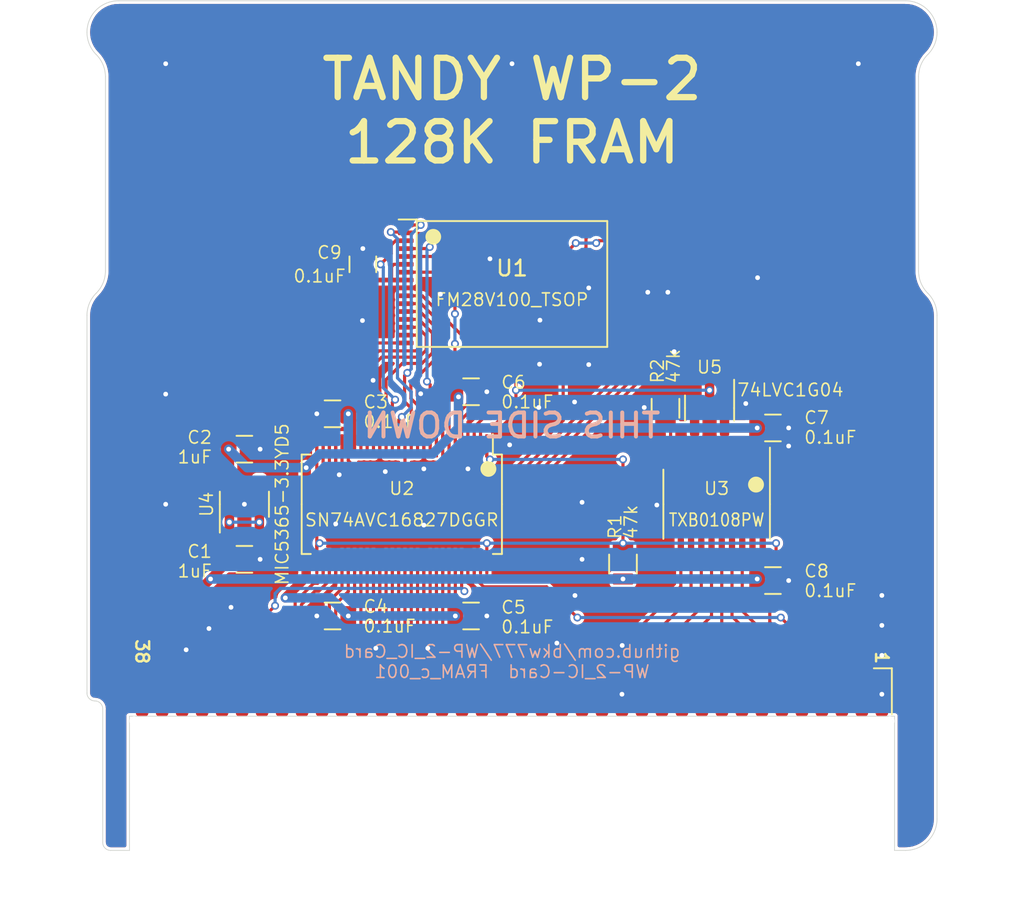
<source format=kicad_pcb>
(kicad_pcb (version 20211014) (generator pcbnew)
  (title_block (title "WP-2_IC-Card") (date "2023-01-15") (rev "FRAM_c_001") (company "Brian K. White - b.kenyon.w@gmail.com") (comment 1 "CC-BY-SA") (comment 2 "github.com/bkw777/WP-2_IC_Card"))
  (layers (0 "F.Cu" signal) (31 "B.Cu" signal) (34 "B.Paste" user) (35 "F.Paste" user) (36 "B.SilkS" user "B.Silkscreen") (37 "F.SilkS" user "F.Silkscreen") (38 "B.Mask" user) (39 "F.Mask" user) (44 "Edge.Cuts" user))
  (net 0 "")
  (net 1 "GND")
  (net 2 "/~{CE1}")
  (net 3 "/~{OE}")
  (net 4 "/D0")
  (net 5 "/D1")
  (net 6 "/D2")
  (net 7 "/D3")
  (net 8 "/D4")
  (net 9 "/D5")
  (net 10 "/D6")
  (net 11 "/D7")
  (net 12 "/A16")
  (net 13 "/A15")
  (net 14 "/A14")
  (net 15 "/A13")
  (net 16 "/A12")
  (net 17 "/A11")
  (net 18 "/A10")
  (net 19 "/A9")
  (net 20 "/A8")
  (net 21 "/A7")
  (net 22 "/A6")
  (net 23 "/A5")
  (net 24 "/A4")
  (net 25 "/A3")
  (net 26 "/A2")
  (net 27 "/A1")
  (net 28 "/A0")
  (net 30 "VBUS")
  (net 31 "/~{WE}")
  (net 38 "/3CE2")
  (net 39 "/3A11")
  (net 40 "/3A9")
  (net 41 "/3A8")
  (net 42 "/3A13")
  (net 43 "/~{3WE}")
  (net 44 "/3A15")
  (net 45 "/3A16")
  (net 46 "/3A14")
  (net 47 "/3A12")
  (net 48 "/3A7")
  (net 49 "/3A6")
  (net 50 "/3A5")
  (net 51 "/3A4")
  (net 52 "/3A3")
  (net 53 "/3A2")
  (net 54 "/3A1")
  (net 55 "/3A0")
  (net 56 "/3D0")
  (net 57 "/3D1")
  (net 58 "/3D2")
  (net 59 "/3D3")
  (net 60 "/3D4")
  (net 61 "/3D5")
  (net 62 "/3D6")
  (net 63 "/3D7")
  (net 64 "/~{3CE1}")
  (net 65 "/3A10")
  (net 66 "/~{3OE}")
  (net 67 "VMEM")
  (footprint "0_LOCAL:SMS-138-01-x-x_edge" (layer "F.Cu") (at 135.95 113.72 -90)
    (fp_text reference "J1" hide)
    (fp_text value "Conn_01x38_Female")
  )
  (footprint "0_LOCAL:npth_0.6mm" (layer "F.Cu") (at 159.95 114.02)
    (fp_text reference "REF**" hide)
    (fp_text value "npth_0.6mm")
  )
  (footprint "0_LOCAL:TSOP32-14mm" (layer "F.Cu") (at 135.95 86.245)
    (fp_text reference "U1")
    (fp_text value "FM28V100_TSOP")
  )
  (footprint "0_LOCAL:C_0805_1mm" (layer "F.Cu") (at 118.95 103.745 180)
    (fp_text reference "C1")
    (fp_text value "1uF")
  )
  (footprint "0_LOCAL:C_0805_1mm" (layer "F.Cu") (at 118.95 96.745 180)
    (fp_text reference "C2")
    (fp_text value "1uF")
  )
  (footprint "0_LOCAL:R_0805" (layer "F.Cu") (at 143 104.045 90)
    (fp_text reference "R1")
    (fp_text value "47k")
  )
  (footprint "0_LOCAL:C_0805_1mm" (layer "F.Cu") (at 124.55 94.495 180)
    (fp_text reference "C3")
    (fp_text value "0.1uF")
  )
  (footprint "0_LOCAL:C_0805_1mm" (layer "F.Cu") (at 124.55 107.345 180)
    (fp_text reference "C4")
    (fp_text value "0.1uF")
  )
  (footprint "0_LOCAL:C_0805_1mm" (layer "F.Cu") (at 152.525 105.095)
    (fp_text reference "C8")
    (fp_text value "0.1uF")
  )
  (footprint "0_LOCAL:C_0805_1mm" (layer "F.Cu") (at 126.475 84.995 90)
    (fp_text reference "C9")
    (fp_text value "0.1uF")
  )
  (footprint "0_LOCAL:C_0805_1mm" (layer "F.Cu") (at 152.525 95.395)
    (fp_text reference "C7")
    (fp_text value "0.1uF")
  )
  (footprint "0_LOCAL:WP-2_IC_Card_Cover_RAM" (layer "F.Cu") (at 135.95 95.245)
    (fp_text reference "REF**" hide)
    (fp_text value "WP-2_IC_Card_Cover_RAM")
  )
  (footprint "0_LOCAL:C_0805_1mm" (layer "F.Cu") (at 133.35 107.345)
    (fp_text reference "C5")
    (fp_text value "0.1uF")
  )
  (footprint "0_LOCAL:R_0805" (layer "F.Cu") (at 145.7 94.145 90)
    (fp_text reference "R2")
    (fp_text value "47k")
  )
  (footprint "0_LOCAL:npth_0.6mm" (layer "F.Cu") (at 111.95 114.02)
    (fp_text reference "REF**" hide)
    (fp_text value "npth_0.6mm")
  )
  (footprint "0_LOCAL:TSSOP-56_6.1x12.5mm_P0.4mm_0.2mm-pads" (layer "F.Cu") (at 128.95 100.245 -90)
    (fp_text reference "U2")
    (fp_text value "SN74AVC16827DGGR")
  )
  (footprint "0_LOCAL:C_0805_1mm" (layer "F.Cu") (at 133.35 93.095)
    (fp_text reference "C6")
    (fp_text value "0.1uF")
  )
  (footprint "0_LOCAL:TSSOP-20_4.4x6.5mm_P0.65mm" (layer "F.Cu") (at 148.95 100.245 -90)
    (fp_text reference "U3")
    (fp_text value "TXB0108PW")
  )
  (footprint "0_LOCAL:TSOT-23-5" (layer "F.Cu") (at 118.95 100.245 90)
    (fp_text reference "U4")
    (fp_text value "MIC5365-3.3YD5")
  )
  (footprint "0_LOCAL:TSOT-23-5" (layer "F.Cu") (at 148.5 94.1325 -90)
    (fp_text reference "U5")
    (fp_text value "74LVC1G04")
  )
  (gr_line (start 108.949999 88.245) (end 108.95 112.245) (layer "Edge.Cuts") (width 0.05))
  (gr_line (start 160.95 68.245) (end 110.95 68.245) (layer "Edge.Cuts") (width 0.05))
  (gr_line (start 111.65 113.72) (end 160.25 113.72) (layer "Edge.Cuts") (width 0.05))
  (gr_line (start 160.25 122.245) (end 160.25 113.72) (layer "Edge.Cuts") (width 0.05))
  (gr_line (start 111.65 122.245) (end 111.65 113.72) (layer "Edge.Cuts") (width 0.05))
  (gr_line (start 110.45 122.245) (end 111.65 122.245) (layer "Edge.Cuts") (width 0.05))
  (gr_line (start 160.95 122.245) (end 160.25 122.245) (layer "Edge.Cuts") (width 0.05))
  (gr_line (start 162.95 120.245) (end 162.95 88.245) (layer "Edge.Cuts") (width 0.05))
  (gr_line (start 109.95 113.245) (end 109.95 121.745) (layer "Edge.Cuts") (width 0.05))
  (gr_arc (start 109.535787 71.659214) (mid 109.969333 72.308061) (end 110.121574 73.073428) (layer "Edge.Cuts") (width 0.05))
  (gr_arc (start 162.364213 86.830786) (mid 162.797759 87.479633) (end 162.95 88.245) (layer "Edge.Cuts") (width 0.05))
  (gr_arc (start 162.95 120.245) (mid 162.364214 121.659214) (end 160.95 122.245) (layer "Edge.Cuts") (width 0.05))
  (gr_arc (start 109.45 112.745) (mid 109.803553 112.891447) (end 109.95 113.245) (layer "Edge.Cuts") (width 0.05))
  (gr_arc (start 108.95 70.245) (mid 109.535786 68.830786) (end 110.95 68.245) (layer "Edge.Cuts") (width 0.05))
  (gr_arc (start 160.95 68.245) (mid 162.364214 68.830786) (end 162.95 70.245) (layer "Edge.Cuts") (width 0.05))
  (gr_arc (start 110.45 122.245) (mid 110.096447 122.098553) (end 109.95 121.745) (layer "Edge.Cuts") (width 0.05))
  (gr_arc (start 162.95 70.245) (mid 162.797759 71.010367) (end 162.364213 71.659214) (layer "Edge.Cuts") (width 0.05))
  (gr_arc (start 110.121573 85.416572) (mid 109.969339 86.181944) (end 109.535786 86.830786) (layer "Edge.Cuts") (width 0.05))
  (gr_line (start 161.778426 73.073428) (end 161.778426 85.416572) (layer "Edge.Cuts") (width 0.05))
  (gr_arc (start 162.364213 86.830786) (mid 161.930671 86.181939) (end 161.778426 85.416572) (layer "Edge.Cuts") (width 0.05))
  (gr_arc (start 108.949999 88.245) (mid 109.10224 87.479633) (end 109.535786 86.830786) (layer "Edge.Cuts") (width 0.05))
  (gr_arc (start 161.778426 73.073428) (mid 161.930667 72.308061) (end 162.364213 71.659214) (layer "Edge.Cuts") (width 0.05))
  (gr_arc (start 109.535787 71.659214) (mid 109.102241 71.010367) (end 108.95 70.245) (layer "Edge.Cuts") (width 0.05))
  (gr_line (start 110.121574 73.073428) (end 110.121573 85.416572) (layer "Edge.Cuts") (width 0.05))
  (gr_arc (start 109.45 112.745) (mid 109.096447 112.598553) (end 108.95 112.245) (layer "Edge.Cuts") (width 0.05))
  (gr_text "THIS SIDE DOWN" (at 135.95 95.245) (layer "B.SilkS") (effects (font (size 1.524 1.524) (thickness 0.254)) (justify mirror)))
  (gr_text "${COMMENT2}\n${TITLE}  ${REVISION}" (at 135.95 110.245) (layer "B.SilkS") (effects (font (size 0.8 0.8) (thickness 0.1)) (justify mirror)))
  (gr_text "1" (at 159.445 110.485 -90) (layer "F.SilkS") (effects (font (size 0.8128 0.8128) (thickness 0.1524)) (justify right)))
  (gr_text "38" (at 112.455 110.485 -90) (layer "F.SilkS") (effects (font (size 0.8128 0.8128) (thickness 0.1524)) (justify right)))
  (gr_text "TANDY WP-2\n128K FRAM" (at 135.95 75.245) (layer "F.SilkS") (effects (font (size 2.5 2.5) (thickness 0.4))))
  (segment (start 127.3 109.395) (end 127.55 109.145) (width 0.2) (layer "F.Cu") (net 1))
  (segment (start 130.6 109.395) (end 130.35 109.145) (width 0.2) (layer "F.Cu") (net 1))
  (segment (start 134.35 106.295) (end 133.15 105.095) (width 0.2) (layer "F.Cu") (net 1))
  (segment (start 124.75 103.9575) (end 124.75 105.345) (width 0.2) (layer "F.Cu") (net 1))
  (segment (start 127.125 92.37) (end 127.55 92.795) (width 0.2) (layer "F.Cu") (net 1))
  (segment (start 130.15 93.22) (end 130.35 93.42) (width 0.2) (layer "F.Cu") (net 1))
  (segment (start 123.55 106.545) (end 123.55 107.345) (width 0.2) (layer "F.Cu") (net 1))
  (segment (start 130.35 109.145) (end 130.35 103.9575) (width 0.2) (layer "F.Cu") (net 1))
  (segment (start 124.75 98.145) (end 124.75 96.5325) (width 0.2) (layer "F.Cu") (net 1))
  (segment (start 124.75 105.345) (end 123.55 106.545) (width 0.2) (layer "F.Cu") (net 1))
  (segment (start 134.35 93.945) (end 134.35 93.095) (width 0.2) (layer "F.Cu") (net 1))
  (segment (start 130.35 93.42) (end 130.35 96.5325) (width 0.2) (layer "F.Cu") (net 1))
  (segment (start 124.975 98.37) (end 124.75 98.145) (width 0.2) (layer "F.Cu") (net 1))
  (segment (start 133.15 105.095) (end 133.15 103.9575) (width 0.2) (layer "F.Cu") (net 1))
  (segment (start 134.35 107.345) (end 134.35 106.295) (width 0.2) (layer "F.Cu") (net 1))
  (segment (start 127.55 92.795) (end 127.55 96.5325) (width 0.2) (layer "F.Cu") (net 1))
  (segment (start 133.15 95.145) (end 134.35 93.945) (width 0.2) (layer "F.Cu") (net 1))
  (segment (start 127.55 109.145) (end 127.55 103.9575) (width 0.2) (layer "F.Cu") (net 1))
  (segment (start 133.15 96.5325) (end 133.15 95.145) (width 0.2) (layer "F.Cu") (net 1))
  (via (at 140.825 86.495) (size 0.5) (drill 0.3) (layers "F.Cu" "B.Cu") (net 1))
  (via (at 130.35 101.57) (size 0.5) (drill 0.3) (layers "F.Cu" "B.Cu") (net 1))
  (via (at 119.95 103.745) (size 0.5) (drill 0.3) (layers "F.Cu" "B.Cu") (net 1))
  (via (at 137.65 94.095) (size 0.5) (drill 0.3) (layers "F.Cu" "B.Cu") (net 1))
  (via (at 142.95 109.22) (size 0.5) (drill 0.3) (layers "F.Cu" "B.Cu") (net 1))
  (via (at 144.35 94.095) (size 0.5) (drill 0.3) (layers "F.Cu" "B.Cu") (net 1))
  (via (at 130.15 93.22) (size 0.5) (drill 0.3) (layers "F.Cu" "B.Cu") (net 1))
  (via (at 124.75 101.495) (size 0.5) (drill 0.3) (layers "F.Cu" "B.Cu") (net 1))
  (via (at 153.525 105.095) (size 0.5) (drill 0.3) (layers "F.Cu" "B.Cu") (net 1))
  (via (at 153.525 95.395) (size 0.5) (drill 0.3) (layers "F.Cu" "B.Cu") (net 1))
  (via (at 116.7 108.145) (size 0.5) (drill 0.3) (layers "F.Cu" "B.Cu") (net 1))
  (via (at 118.1 106.795) (size 0.5) (drill 0.3) (layers "F.Cu" "B.Cu") (net 1))
  (via (at 139.95 106.045) (size 0.5) (drill 0.3) (layers "F.Cu" "B.Cu") (net 1))
  (via (at 123.55 94.495) (size 0.5) (drill 0.3) (layers "F.Cu" "B.Cu") (net 1))
  (via (at 150.8 93.845) (size 0.5) (drill 0.3) (layers "F.Cu" "B.Cu") (net 1))
  (via (at 133.15 97.995) (size 0.5) (drill 0.3) (layers "F.Cu" "B.Cu") (net 1))
  (via (at 140.4 103.745) (size 0.5) (drill 0.3) (layers "F.Cu" "B.Cu") (net 1))
  (via (at 127.9 98.17) (size 0.5) (drill 0.3) (layers "F.Cu" "B.Cu") (net 1))
  (via (at 139.925 93.745) (size 0.5) (drill 0.3) (layers "F.Cu" "B.Cu") (net 1))
  (via (at 153.525 96.545) (size 0.5) (drill 0.3) (layers "F.Cu" "B.Cu") (net 1))
  (via (at 115.25 109.495) (size 0.5) (drill 0.3) (layers "F.Cu" "B.Cu") (net 1))
  (via (at 131.4 86.895) (size 0.5) (drill 0.3) (layers "F.Cu" "B.Cu") (net 1))
  (via (at 130.35 97.995) (size 0.5) (drill 0.3) (layers "F.Cu" "B.Cu") (net 1))
  (via (at 157.95 72.245) (size 0.5) (drill 0.3) (layers "F.Cu" "B.Cu") (net 1))
  (via (at 135.95 72.245) (size 0.5) (drill 0.3) (layers "F.Cu" "B.Cu") (net 1))
  (via (at 140.825 91.37) (size 0.5) (drill 0.3) (layers "F.Cu" "B.Cu") (net 1))
  (via (at 138.8 109.07) (size 0.5) (drill 0.3) (layers "F.Cu" "B.Cu") (net 1))
  (via (at 145.85 86.77) (size 0.5) (drill 0.3) (layers "F.Cu" "B.Cu") (net 1))
  (via (at 134.35 93.095) (size 0.5) (drill 0.3) (layers "F.Cu" "B.Cu") (net 1))
  (via (at 126.475 83.995) (size 0.5) (drill 0.3) (layers "F.Cu" "B.Cu") (net 1))
  (via (at 118.95 100.245) (size 0.5) (drill 0.3) (layers "F.Cu" "B.Cu") (net 1))
  (via (at 159.445 106.04) (size 0.5) (drill 0.3) (layers "F.Cu" "B.Cu") (net 1))
  (via (at 130.6 109.395) (size 0.5) (drill 0.3) (layers "F.Cu" "B.Cu") (net 1))
  (via (at 124.975 98.37) (size 0.5) (drill 0.3) (layers "F.Cu" "B.Cu") (net 1))
  (via (at 151.55 85.845) (size 0.5) (drill 0.3) (layers "F.Cu" "B.Cu") (net 1))
  (via (at 137.7 91.345) (size 0.5) (drill 0.3) (layers "F.Cu" "B.Cu") (net 1))
  (via (at 113.95 72.245) (size 0.5) (drill 0.3) (layers "F.Cu" "B.Cu") (net 1))
  (via (at 145.15 100.295) (size 0.5) (drill 0.3) (layers "F.Cu" "B.Cu") (net 1))
  (via (at 135.8 96.47) (size 0.5) (drill 0.3) (layers "F.Cu" "B.Cu") (net 1))
  (via (at 142.935 112.32) (size 0.5) (drill 0.3) (layers "F.Cu" "B.Cu") (net 1))
  (via (at 127.3 109.395) (size 0.5) (drill 0.3) (layers "F.Cu" "B.Cu") (net 1))
  (via (at 126.45 88.57) (size 0.5) (drill 0.3) (layers "F.Cu" "B.Cu") (net 1))
  (via (at 159.445 112.32) (size 0.5) (drill 0.3) (layers "F.Cu" "B.Cu") (net 1))
  (via (at 134.55 84.645) (size 0.5) (drill 0.3) (layers "F.Cu" "B.Cu") (net 1))
  (via (at 127.125 92.37) (size 0.5) (drill 0.3) (layers "F.Cu" "B.Cu") (net 1))
  (via (at 159.445 107.945) (size 0.5) (drill 0.3) (layers "F.Cu" "B.Cu") (net 1))
  (via (at 159.445 109.85) (size 0.5) (drill 0.3) (layers "F.Cu" "B.Cu") (net 1))
  (via (at 113.95 100.245) (size 0.5) (drill 0.3) (layers "F.Cu" "B.Cu") (net 1))
  (via (at 146.25 90.545) (size 0.5) (drill 0.3) (layers "F.Cu" "B.Cu") (net 1))
  (via (at 113.95 93.245) (size 0.5) (drill 0.3) (layers "F.Cu" "B.Cu") (net 1))
  (via (at 119.95 96.745) (size 0.5) (drill 0.3) (layers "F.Cu" "B.Cu") (net 1))
  (via (at 134.35 107.345) (size 0.5) (drill 0.3) (layers "F.Cu" "B.Cu") (net 1))
  (via (at 123.55 107.345) (size 0.5) (drill 0.3) (layers "F.Cu" "B.Cu") (net 1))
  (via (at 144.575 86.77) (size 0.5) (drill 0.3) (layers "F.Cu" "B.Cu") (net 1))
  (via (at 140.4 100.12) (size 0.5) (drill 0.3) (layers "F.Cu" "B.Cu") (net 1))
  (via (at 137.725 88.545) (size 0.5) (drill 0.3) (layers "F.Cu" "B.Cu") (net 1))
  (segment (start 155.635 109.055) (end 155.635 112.32) (width 0.2) (layer "F.Cu") (net 2))
  (segment (start 143 103.095) (end 143 97.395) (width 0.2) (layer "F.Cu") (net 2))
  (segment (start 152.725 102.72) (end 152.725 106.145) (width 0.2) (layer "F.Cu") (net 2))
  (segment (start 123.55 103.9575) (end 123.55 96.5325) (width 0.2) (layer "F.Cu") (net 2))
  (segment (start 134.35 102.72) (end 134.35 103.9575) (width 0.2) (layer "F.Cu") (net 2))
  (segment (start 123.55 102.895) (end 123.55 103.9575) (width 0.2) (layer "F.Cu") (net 2))
  (segment (start 152.725 106.145) (end 155.635 109.055) (width 0.2) (layer "F.Cu") (net 2))
  (segment (start 134.35 97.195) (end 134.35 96.5325) (width 0.2) (layer "F.Cu") (net 2))
  (segment (start 134.55 97.395) (end 134.35 97.195) (width 0.2) (layer "F.Cu") (net 2))
  (segment (start 123.725 102.72) (end 123.55 102.895) (width 0.2) (layer "F.Cu") (net 2))
  (segment (start 133.95 103.9575) (end 134.35 103.9575) (width 0.2) (layer "F.Cu") (net 2))
  (via (at 143 102.72) (size 0.5) (drill 0.3) (layers "F.Cu" "B.Cu") (net 2))
  (via (at 134.55 97.395) (size 0.5) (drill 0.3) (layers "F.Cu" "B.Cu") (net 2))
  (via (at 152.725 102.72) (size 0.5) (drill 0.3) (layers "F.Cu" "B.Cu") (net 2))
  (via (at 143 97.395) (size 0.5) (drill 0.3) (layers "F.Cu" "B.Cu") (net 2))
  (via (at 134.35 102.72) (size 0.5) (drill 0.3) (layers "F.Cu" "B.Cu") (net 2))
  (via (at 123.725 102.72) (size 0.5) (drill 0.3) (layers "F.Cu" "B.Cu") (net 2))
  (segment (start 134.35 102.72) (end 152.725 102.72) (width 0.2) (layer "B.Cu") (net 2))
  (segment (start 134.35 102.72) (end 123.725 102.72) (width 0.2) (layer "B.Cu") (net 2))
  (segment (start 143 97.395) (end 134.55 97.395) (width 0.2) (layer "B.Cu") (net 2))
  (segment (start 154.365 108.785) (end 154.365 112.32) (width 0.2) (layer "F.Cu") (net 3))
  (segment (start 133.55 104.895) (end 133.55 103.9575) (width 0.2) (layer "F.Cu") (net 3))
  (segment (start 153.025 107.445) (end 154.365 108.785) (width 0.2) (layer "F.Cu") (net 3))
  (segment (start 138.15 105.495) (end 134.15 105.495) (width 0.2) (layer "F.Cu") (net 3))
  (segment (start 140.1 107.445) (end 138.15 105.495) (width 0.2) (layer "F.Cu") (net 3))
  (segment (start 134.15 105.495) (end 133.55 104.895) (width 0.2) (layer "F.Cu") (net 3))
  (via (at 140.1 107.445) (size 0.5) (drill 0.3) (layers "F.Cu" "B.Cu") (net 3))
  (via (at 153.025 107.445) (size 0.5) (drill 0.3) (layers "F.Cu" "B.Cu") (net 3))
  (segment (start 153.025 107.445) (end 140.1 107.445) (width 0.2) (layer "B.Cu") (net 3))
  (segment (start 152.325 107.745) (end 152.325 104.12) (width 0.2) (layer "F.Cu") (net 4))
  (segment (start 153.095 112.32) (end 153.095 108.515) (width 0.2) (layer "F.Cu") (net 4))
  (segment (start 153.095 108.515) (end 152.325 107.745) (width 0.2) (layer "F.Cu") (net 4))
  (segment (start 152.325 104.12) (end 151.875 103.67) (width 0.2) (layer "F.Cu") (net 4))
  (segment (start 151.875 103.67) (end 151.875 103.1075) (width 0.2) (layer "F.Cu") (net 4))
  (segment (start 150.575 103.1075) (end 150.575 107.02) (width 0.2) (layer "F.Cu") (net 5))
  (segment (start 150.575 107.02) (end 151.825 108.27) (width 0.2) (layer "F.Cu") (net 5))
  (segment (start 151.825 108.27) (end 151.825 112.32) (width 0.2) (layer "F.Cu") (net 5))
  (segment (start 149.925 103.1075) (end 149.925 107.37) (width 0.2) (layer "F.Cu") (net 6))
  (segment (start 149.925 107.37) (end 150.555 108) (width 0.2) (layer "F.Cu") (net 6))
  (segment (start 150.555 108) (end 150.555 112.32) (width 0.2) (layer "F.Cu") (net 6))
  (segment (start 149.275 112.31) (end 149.285 112.32) (width 0.2) (layer "F.Cu") (net 7))
  (segment (start 149.275 103.1075) (end 149.275 112.31) (width 0.2) (layer "F.Cu") (net 7))
  (segment (start 148.015 107.955) (end 148.015 112.32) (width 0.2) (layer "F.Cu") (net 8))
  (segment (start 148.625 103.1075) (end 148.625 107.345) (width 0.2) (layer "F.Cu") (net 8))
  (segment (start 148.625 107.345) (end 148.015 107.955) (width 0.2) (layer "F.Cu") (net 8))
  (segment (start 147.975 103.1075) (end 147.975 106.795) (width 0.2) (layer "F.Cu") (net 9))
  (segment (start 147.975 106.795) (end 146.745 108.025) (width 0.2) (layer "F.Cu") (net 9))
  (segment (start 146.745 108.025) (end 146.745 112.32) (width 0.2) (layer "F.Cu") (net 9))
  (segment (start 147.325 103.1075) (end 147.325 106.17) (width 0.2) (layer "F.Cu") (net 10))
  (segment (start 145.475 108.02) (end 145.475 112.32) (width 0.2) (layer "F.Cu") (net 10))
  (segment (start 147.325 106.17) (end 145.475 108.02) (width 0.2) (layer "F.Cu") (net 10))
  (segment (start 144.205 107.94) (end 144.205 112.32) (width 0.2) (layer "F.Cu") (net 11))
  (segment (start 146.675 103.1075) (end 146.675 105.47) (width 0.2) (layer "F.Cu") (net 11))
  (segment (start 146.675 105.47) (end 144.205 107.94) (width 0.2) (layer "F.Cu") (net 11))
  (segment (start 132.35 106.095) (end 132.625 106.37) (width 0.2) (layer "F.Cu") (net 12))
  (segment (start 133.25 106.645) (end 133.25 108.22) (width 0.2) (layer "F.Cu") (net 12))
  (segment (start 132.625 106.37) (end 132.975 106.37) (width 0.2) (layer "F.Cu") (net 12))
  (segment (start 135 108.545) (end 137.855 111.4) (width 0.2) (layer "F.Cu") (net 12))
  (segment (start 132.975 106.37) (end 133.25 106.645) (width 0.2) (layer "F.Cu") (net 12))
  (segment (start 132.35 103.9575) (end 132.35 106.095) (width 0.2) (layer "F.Cu") (net 12))
  (segment (start 137.855 111.4) (end 137.855 112.32) (width 0.2) (layer "F.Cu") (net 12))
  (segment (start 133.25 108.22) (end 133.575 108.545) (width 0.2) (layer "F.Cu") (net 12))
  (segment (start 133.575 108.545) (end 135 108.545) (width 0.2) (layer "F.Cu") (net 12))
  (segment (start 134.25 108.995) (end 136.585 111.33) (width 0.2) (layer "F.Cu") (net 13))
  (segment (start 136.585 111.33) (end 136.585 112.32) (width 0.2) (layer "F.Cu") (net 13))
  (segment (start 131.55 108.195) (end 132.35 108.995) (width 0.2) (layer "F.Cu") (net 13))
  (segment (start 131.55 103.9575) (end 131.55 108.195) (width 0.2) (layer "F.Cu") (net 13))
  (segment (start 132.35 108.995) (end 134.25 108.995) (width 0.2) (layer "F.Cu") (net 13))
  (segment (start 132.2 109.445) (end 133.45 109.445) (width 0.2) (layer "F.Cu") (net 14))
  (segment (start 131.15 108.395) (end 132.2 109.445) (width 0.2) (layer "F.Cu") (net 14))
  (segment (start 135.315 111.31) (end 135.315 112.32) (width 0.2) (layer "F.Cu") (net 14))
  (segment (start 131.15 103.9575) (end 131.15 108.395) (width 0.2) (layer "F.Cu") (net 14))
  (segment (start 133.45 109.445) (end 135.315 111.31) (width 0.2) (layer "F.Cu") (net 14))
  (segment (start 130.75 108.595) (end 132.05 109.895) (width 0.2) (layer "F.Cu") (net 15))
  (segment (start 132.6 109.895) (end 134.045 111.34) (width 0.2) (layer "F.Cu") (net 15))
  (segment (start 130.75 103.9575) (end 130.75 108.595) (width 0.2) (layer "F.Cu") (net 15))
  (segment (start 132.05 109.895) (end 132.6 109.895) (width 0.2) (layer "F.Cu") (net 15))
  (segment (start 134.045 111.34) (end 134.045 112.32) (width 0.2) (layer "F.Cu") (net 15))
  (segment (start 131.875 110.395) (end 132.775 111.295) (width 0.2) (layer "F.Cu") (net 16))
  (segment (start 131.5 110.395) (end 131.875 110.395) (width 0.2) (layer "F.Cu") (net 16))
  (segment (start 129.95 103.9575) (end 129.95 109.695) (width 0.2) (layer "F.Cu") (net 16))
  (segment (start 132.775 111.295) (end 132.775 112.32) (width 0.2) (layer "F.Cu") (net 16))
  (segment (start 129.95 109.695) (end 130.3 110.045) (width 0.2) (layer "F.Cu") (net 16))
  (segment (start 131.15 110.045) (end 131.5 110.395) (width 0.2) (layer "F.Cu") (net 16))
  (segment (start 130.3 110.045) (end 131.15 110.045) (width 0.2) (layer "F.Cu") (net 16))
  (segment (start 129.55 109.945) (end 130.1 110.495) (width 0.2) (layer "F.Cu") (net 17))
  (segment (start 130.7 110.495) (end 131.505 111.3) (width 0.2) (layer "F.Cu") (net 17))
  (segment (start 129.55 103.9575) (end 129.55 109.945) (width 0.2) (layer "F.Cu") (net 17))
  (segment (start 131.505 111.3) (end 131.505 112.32) (width 0.2) (layer "F.Cu") (net 17))
  (segment (start 130.1 110.495) (end 130.7 110.495) (width 0.2) (layer "F.Cu") (net 17))
  (segment (start 129.15 110.245) (end 130.235 111.33) (width 0.2) (layer "F.Cu") (net 18))
  (segment (start 130.235 111.33) (end 130.235 112.32) (width 0.2) (layer "F.Cu") (net 18))
  (segment (start 129.15 103.9575) (end 129.15 110.245) (width 0.2) (layer "F.Cu") (net 18))
  (segment (start 128.75 103.9575) (end 128.75 112.105) (width 0.2) (layer "F.Cu") (net 19))
  (segment (start 128.75 112.105) (end 128.965 112.32) (width 0.2) (layer "F.Cu") (net 19))
  (segment (start 128.35 110.645) (end 127.695 111.3) (width 0.2) (layer "F.Cu") (net 20))
  (segment (start 128.35 103.9575) (end 128.35 110.645) (width 0.2) (layer "F.Cu") (net 20))
  (segment (start 127.695 111.3) (end 127.695 112.32) (width 0.2) (layer "F.Cu") (net 20))
  (segment (start 126.425 111.32) (end 126.425 112.32) (width 0.2) (layer "F.Cu") (net 21))
  (segment (start 127.95 103.9575) (end 127.95 109.795) (width 0.2) (layer "F.Cu") (net 21))
  (segment (start 127.95 109.795) (end 126.425 111.32) (width 0.2) (layer "F.Cu") (net 21))
  (segment (start 127.15 103.9575) (end 127.15 108.595) (width 0.2) (layer "F.Cu") (net 22))
  (segment (start 127.15 108.595) (end 125.155 110.59) (width 0.2) (layer "F.Cu") (net 22))
  (segment (start 125.155 110.59) (end 125.155 112.32) (width 0.2) (layer "F.Cu") (net 22))
  (segment (start 126.75 103.9575) (end 126.75 108.42) (width 0.2) (layer "F.Cu") (net 23))
  (segment (start 126.75 108.42) (end 123.885 111.285) (width 0.2) (layer "F.Cu") (net 23))
  (segment (start 123.885 111.285) (end 123.885 112.32) (width 0.2) (layer "F.Cu") (net 23))
  (segment (start 122.615 111.33) (end 122.615 112.32) (width 0.2) (layer "F.Cu") (net 24))
  (segment (start 126.35 103.9575) (end 126.35 108.245) (width 0.2) (layer "F.Cu") (net 24))
  (segment (start 124.85 109.745) (end 124.2 109.745) (width 0.2) (layer "F.Cu") (net 24))
  (segment (start 124.2 109.745) (end 122.615 111.33) (width 0.2) (layer "F.Cu") (net 24))
  (segment (start 126.35 108.245) (end 124.85 109.745) (width 0.2) (layer "F.Cu") (net 24))
  (segment (start 124.75 106.595) (end 124.75 108.445) (width 0.2) (layer "F.Cu") (net 25))
  (segment (start 125.55 105.795) (end 124.75 106.595) (width 0.2) (layer "F.Cu") (net 25))
  (segment (start 121.345 111.3) (end 121.345 112.32) (width 0.2) (layer "F.Cu") (net 25))
  (segment (start 124.75 108.445) (end 123.95 109.245) (width 0.2) (layer "F.Cu") (net 25))
  (segment (start 125.55 103.9575) (end 125.55 105.795) (width 0.2) (layer "F.Cu") (net 25))
  (segment (start 123.95 109.245) (end 123.4 109.245) (width 0.2) (layer "F.Cu") (net 25))
  (segment (start 123.4 109.245) (end 121.345 111.3) (width 0.2) (layer "F.Cu") (net 25))
  (segment (start 124.35 106.395) (end 124.35 108.145) (width 0.2) (layer "F.Cu") (net 26))
  (segment (start 122.65 108.745) (end 120.075 111.32) (width 0.2) (layer "F.Cu") (net 26))
  (segment (start 123.75 108.745) (end 122.65 108.745) (width 0.2) (layer "F.Cu") (net 26))
  (segment (start 124.35 108.145) (end 123.75 108.745) (width 0.2) (layer "F.Cu") (net 26))
  (segment (start 120.075 111.32) (end 120.075 112.32) (width 0.2) (layer "F.Cu") (net 26))
  (segment (start 125.15 103.9575) (end 125.15 105.595) (width 0.2) (layer "F.Cu") (net 26))
  (segment (start 125.15 105.595) (end 124.35 106.395) (width 0.2) (layer "F.Cu") (net 26))
  (segment (start 122.575 107.57) (end 118.805 111.34) (width 0.2) (layer "F.Cu") (net 27))
  (segment (start 124.35 103.9575) (end 124.35 105.095) (width 0.2) (layer "F.Cu") (net 27))
  (segment (start 118.805 111.34) (end 118.805 112.32) (width 0.2) (layer "F.Cu") (net 27))
  (segment (start 123.425 105.77) (end 122.575 106.62) (width 0.2) (layer "F.Cu") (net 27))
  (segment (start 123.675 105.77) (end 123.425 105.77) (width 0.2) (layer "F.Cu") (net 27))
  (segment (start 122.575 106.62) (end 122.575 107.57) (width 0.2) (layer "F.Cu") (net 27))
  (segment (start 124.35 105.095) (end 123.675 105.77) (width 0.2) (layer "F.Cu") (net 27))
  (segment (start 123.95 103.9575) (end 123.95 104.92) (width 0.2) (layer "F.Cu") (net 28))
  (segment (start 117.535 111.36) (end 117.535 112.32) (width 0.2) (layer "F.Cu") (net 28))
  (segment (start 123.35 105.27) (end 122.175 106.445) (width 0.2) (layer "F.Cu") (net 28))
  (segment (start 122.175 106.445) (end 122.175 106.72) (width 0.2) (layer "F.Cu") (net 28))
  (segment (start 123.6 105.27) (end 123.35 105.27) (width 0.2) (layer "F.Cu") (net 28))
  (segment (start 123.95 104.92) (end 123.6 105.27) (width 0.2) (layer "F.Cu") (net 28))
  (segment (start 122.175 106.72) (end 117.535 111.36) (width 0.2) (layer "F.Cu") (net 28))
  (segment (start 116.8 104.995) (end 112.455 109.34) (width 0.6) (layer "F.Cu") (net 30))
  (segment (start 151.525 104.995) (end 151.525 105.095) (width 0.6) (layer "F.Cu") (net 30))
  (segment (start 116.8 104.995) (end 118 103.795) (width 0.6) (layer "F.Cu") (net 30))
  (segment (start 151.225 104.795) (end 151.225 103.1075) (width 0.4) (layer "F.Cu") (net 30))
  (segment (start 151.525 105.095) (end 151.225 104.795) (width 0.4) (layer "F.Cu") (net 30))
  (segment (start 112.455 109.34) (end 112.455 112.32) (width 0.6) (layer "F.Cu") (net 30))
  (segment (start 118 103.795) (end 118 101.3825) (width 0.6) (layer "F.Cu") (net 30))
  (via (at 119.9 101.3825) (size 0.5) (drill 0.3) (layers "F.Cu" "B.Cu") (net 30))
  (via (at 118 101.3825) (size 0.5) (drill 0.3) (layers "F.Cu" "B.Cu") (net 30))
  (via (at 151.525 104.995) (size 0.5) (drill 0.3) (layers "F.Cu" "B.Cu") (net 30))
  (via (at 116.8 104.995) (size 0.5) (drill 0.3) (layers "F.Cu" "B.Cu") (net 30))
  (via (at 143 104.995) (size 0.5) (drill 0.3) (layers "F.Cu" "B.Cu") (net 30))
  (segment (start 151.525 104.995) (end 116.8 104.995) (width 0.6) (layer "B.Cu") (net 30))
  (segment (start 119.9 101.3825) (end 118 101.3825) (width 0.2) (layer "B.Cu") (net 30))
  (segment (start 120.9 106.695) (end 116.265 111.33) (width 0.2) (layer "F.Cu") (net 31))
  (segment (start 116.265 111.33) (end 116.265 112.32) (width 0.2) (layer "F.Cu") (net 31))
  (segment (start 132.75 105.595) (end 132.75 103.9575) (width 0.2) (layer "F.Cu") (net 31))
  (segment (start 132.925 105.77) (end 132.75 105.595) (width 0.2) (layer "F.Cu") (net 31))
  (via (at 120.9 106.695) (size 0.5) (drill 0.3) (layers "F.Cu" "B.Cu") (net 31))
  (via (at 132.925 105.77) (size 0.5) (drill 0.3) (layers "F.Cu" "B.Cu") (net 31))
  (segment (start 120.9 105.92) (end 120.9 106.695) (width 0.2) (layer "B.Cu") (net 31))
  (segment (start 132.925 105.77) (end 132.75 105.595) (width 0.2) (layer "B.Cu") (net 31))
  (segment (start 132.75 105.595) (end 121.225 105.595) (width 0.2) (layer "B.Cu") (net 31))
  (segment (start 121.225 105.595) (end 120.9 105.92) (width 0.2) (layer "B.Cu") (net 31))
  (segment (start 147.55 95.27) (end 145.875 95.27) (width 0.2) (layer "F.Cu") (net 38))
  (segment (start 146.025 97.3825) (end 146.025 95.095) (width 0.2) (layer "F.Cu") (net 38))
  (segment (start 146.025 95.095) (end 145.7 95.095) (width 0.2) (layer "F.Cu") (net 38))
  (segment (start 145.875 95.27) (end 145.7 95.095) (width 0.2) (layer "F.Cu") (net 38))
  (segment (start 129.3 91.895) (end 129.125 92.07) (width 0.2) (layer "F.Cu") (net 39))
  (segment (start 130.15 82.495) (end 129.2 82.495) (width 0.2) (layer "F.Cu") (net 39))
  (segment (start 129.125 92.07) (end 129.125 93.72) (width 0.2) (layer "F.Cu") (net 39))
  (segment (start 129.55 94.145) (end 129.55 96.5325) (width 0.2) (layer "F.Cu") (net 39))
  (segment (start 129.125 93.72) (end 129.55 94.145) (width 0.2) (layer "F.Cu") (net 39))
  (via (at 129.3 91.895) (size 0.5) (drill 0.3) (layers "F.Cu" "B.Cu") (net 39))
  (via (at 130.15 82.495) (size 0.5) (drill 0.3) (layers "F.Cu" "B.Cu") (net 39))
  (segment (start 129.55 83.095) (end 130.15 82.495) (width 0.2) (layer "B.Cu") (net 39))
  (segment (start 129.55 91.645) (end 129.55 83.095) (width 0.2) (layer "B.Cu") (net 39))
  (segment (start 129.3 91.895) (end 129.55 91.645) (width 0.2) (layer "B.Cu") (net 39))
  (segment (start 129.15 82.945) (end 129.2 82.995) (width 0.2) (layer "F.Cu") (net 40))
  (segment (start 128.25 82.945) (end 129.15 82.945) (width 0.2) (layer "F.Cu") (net 40))
  (segment (start 128.75 94.895) (end 128.75 96.5325) (width 0.2) (layer "F.Cu") (net 40))
  (segment (start 128.95 94.695) (end 128.75 94.895) (width 0.2) (layer "F.Cu") (net 40))
  (via (at 128.25 82.945) (size 0.5) (drill 0.3) (layers "F.Cu" "B.Cu") (net 40))
  (via (at 128.95 94.695) (size 0.5) (drill 0.3) (layers "F.Cu" "B.Cu") (net 40))
  (segment (start 129.55 94.095) (end 128.95 94.695) (width 0.2) (layer "B.Cu") (net 40))
  (segment (start 128.675 83.37) (end 128.675 92.22) (width 0.2) (layer "B.Cu") (net 40))
  (segment (start 128.675 92.22) (end 129.55 93.095) (width 0.2) (layer "B.Cu") (net 40))
  (segment (start 128.25 82.945) (end 128.675 83.37) (width 0.2) (layer "B.Cu") (net 40))
  (segment (start 129.55 93.095) (end 129.55 94.095) (width 0.2) (layer "B.Cu") (net 40))
  (segment (start 128.525 93.595) (end 128.35 93.77) (width 0.2) (layer "F.Cu") (net 41))
  (segment (start 128.275 84.32) (end 128.275 83.77) (width 0.2) (layer "F.Cu") (net 41))
  (segment (start 128.35 93.77) (end 128.35 96.5325) (width 0.2) (layer "F.Cu") (net 41))
  (segment (start 128.275 83.77) (end 128.55 83.495) (width 0.2) (layer "F.Cu") (net 41))
  (segment (start 127.6 84.995) (end 128.275 84.32) (width 0.2) (layer "F.Cu") (net 41))
  (segment (start 128.55 83.495) (end 129.2 83.495) (width 0.2) (layer "F.Cu") (net 41))
  (via (at 128.525 93.595) (size 0.5) (drill 0.3) (layers "F.Cu" "B.Cu") (net 41))
  (via (at 127.6 84.995) (size 0.5) (drill 0.3) (layers "F.Cu" "B.Cu") (net 41))
  (segment (start 127.775 85.17) (end 127.6 84.995) (width 0.2) (layer "B.Cu") (net 41))
  (segment (start 127.775 92.845) (end 127.775 85.17) (width 0.2) (layer "B.Cu") (net 41))
  (segment (start 128.525 93.595) (end 127.775 92.845) (width 0.2) (layer "B.Cu") (net 41))
  (segment (start 130.625 83.995) (end 129.2 83.995) (width 0.2) (layer "F.Cu") (net 42))
  (segment (start 130.725 83.895) (end 130.625 83.995) (width 0.2) (layer "F.Cu") (net 42))
  (segment (start 130.55 92.445) (end 130.75 92.645) (width 0.2) (layer "F.Cu") (net 42))
  (segment (start 130.75 92.645) (end 130.75 96.5325) (width 0.2) (layer "F.Cu") (net 42))
  (via (at 130.725 83.895) (size 0.5) (drill 0.3) (layers "F.Cu" "B.Cu") (net 42))
  (via (at 130.55 92.445) (size 0.5) (drill 0.3) (layers "F.Cu" "B.Cu") (net 42))
  (segment (start 130.725 83.895) (end 130.55 84.07) (width 0.2) (layer "B.Cu") (net 42))
  (segment (start 130.55 84.07) (end 130.55 92.445) (width 0.2) (layer "B.Cu") (net 42))
  (segment (start 132.75 96.5325) (end 132.75 94.845) (width 0.2) (layer "F.Cu") (net 43))
  (segment (start 133.55 94.045) (end 133.55 87.145) (width 0.2) (layer "F.Cu") (net 43))
  (segment (start 132.75 94.845) (end 133.55 94.045) (width 0.2) (layer "F.Cu") (net 43))
  (segment (start 133.55 87.145) (end 130.9 84.495) (width 0.2) (layer "F.Cu") (net 43))
  (segment (start 130.9 84.495) (end 129.2 84.495) (width 0.2) (layer "F.Cu") (net 43))
  (segment (start 131.55 91.695) (end 131.55 96.5325) (width 0.2) (layer "F.Cu") (net 44))
  (segment (start 131.2875 85.495) (end 129.2 85.495) (width 0.2) (layer "F.Cu") (net 44))
  (segment (start 132.325 86.5325) (end 131.2875 85.495) (width 0.2) (layer "F.Cu") (net 44))
  (segment (start 132.325 88.145) (end 132.325 86.5325) (width 0.2) (layer "F.Cu") (net 44))
  (segment (start 132.325 90.92) (end 131.55 91.695) (width 0.2) (layer "F.Cu") (net 44))
  (segment (start 132.325 90.05) (end 132.325 90.92) (width 0.2) (layer "F.Cu") (net 44))
  (via (at 132.325 90.05) (size 0.5) (drill 0.3) (layers "F.Cu" "B.Cu") (net 44))
  (via (at 132.325 88.145) (size 0.5) (drill 0.3) (layers "F.Cu" "B.Cu") (net 44))
  (segment (start 132.325 88.145) (end 132.325 90.05) (width 0.2) (layer "B.Cu") (net 44))
  (segment (start 133.15 89.895) (end 133.15 93.845) (width 0.2) (layer "F.Cu") (net 45))
  (segment (start 129.2 86.995) (end 130.25 86.995) (width 0.2) (layer "F.Cu") (net 45))
  (segment (start 130.25 86.995) (end 133.15 89.895) (width 0.2) (layer "F.Cu") (net 45))
  (segment (start 133.15 93.845) (end 132.35 94.645) (width 0.2) (layer "F.Cu") (net 45))
  (segment (start 132.35 94.645) (end 132.35 96.5325) (width 0.2) (layer "F.Cu") (net 45))
  (segment (start 129.2 87.495) (end 130.175 87.495) (width 0.2) (layer "F.Cu") (net 46))
  (segment (start 131.7 89.02) (end 131.7 90.97) (width 0.2) (layer "F.Cu") (net 46))
  (segment (start 131.15 91.52) (end 131.15 96.5325) (width 0.2) (layer "F.Cu") (net 46))
  (segment (start 131.7 90.97) (end 131.15 91.52) (width 0.2) (layer "F.Cu") (net 46))
  (segment (start 130.175 87.495) (end 131.7 89.02) (width 0.2) (layer "F.Cu") (net 46))
  (segment (start 131.3 90.795) (end 131.3 89.195) (width 0.2) (layer "F.Cu") (net 47))
  (segment (start 130.1 87.995) (end 129.2 87.995) (width 0.2) (layer "F.Cu") (net 47))
  (segment (start 129.95 96.5325) (end 129.95 93.945) (width 0.2) (layer "F.Cu") (net 47))
  (segment (start 129.525 92.57) (end 131.3 90.795) (width 0.2) (layer "F.Cu") (net 47))
  (segment (start 129.95 93.945) (end 129.525 93.52) (width 0.2) (layer "F.Cu") (net 47))
  (segment (start 131.3 89.195) (end 130.1 87.995) (width 0.2) (layer "F.Cu") (net 47))
  (segment (start 129.525 93.52) (end 129.525 92.57) (width 0.2) (layer "F.Cu") (net 47))
  (segment (start 127.95 92.32) (end 127.95 96.5325) (width 0.2) (layer "F.Cu") (net 48))
  (segment (start 128.975 91.295) (end 127.95 92.32) (width 0.2) (layer "F.Cu") (net 48))
  (segment (start 130.025 88.495) (end 130.9 89.37) (width 0.2) (layer "F.Cu") (net 48))
  (segment (start 130.225 91.295) (end 128.975 91.295) (width 0.2) (layer "F.Cu") (net 48))
  (segment (start 130.9 90.62) (end 130.225 91.295) (width 0.2) (layer "F.Cu") (net 48))
  (segment (start 130.9 89.37) (end 130.9 90.62) (width 0.2) (layer "F.Cu") (net 48))
  (segment (start 129.2 88.495) (end 130.025 88.495) (width 0.2) (layer "F.Cu") (net 48))
  (segment (start 129.95 88.995) (end 129.2 88.995) (width 0.2) (layer "F.Cu") (net 49))
  (segment (start 130.05 90.895) (end 130.5 90.445) (width 0.2) (layer "F.Cu") (net 49))
  (segment (start 130.5 90.445) (end 130.5 89.545) (width 0.2) (layer "F.Cu") (net 49))
  (segment (start 126.475 92.095) (end 127.675 90.895) (width 0.2) (layer "F.Cu") (net 49))
  (segment (start 126.475 92.645) (end 126.475 92.095) (width 0.2) (layer "F.Cu") (net 49))
  (segment (start 127.15 93.32) (end 126.475 92.645) (width 0.2) (layer "F.Cu") (net 49))
  (segment (start 130.5 89.545) (end 129.95 88.995) (width 0.2) (layer "F.Cu") (net 49))
  (segment (start 127.675 90.895) (end 130.05 90.895) (width 0.2) (layer "F.Cu") (net 49))
  (segment (start 127.15 96.5325) (end 127.15 93.32) (width 0.2) (layer "F.Cu") (net 49))
  (segment (start 126.75 93.495) (end 126.75 96.5325) (width 0.2) (layer "F.Cu") (net 50))
  (segment (start 127.5 90.495) (end 126.075 91.92) (width 0.2) (layer "F.Cu") (net 50))
  (segment (start 129.2 89.495) (end 129.85 89.495) (width 0.2) (layer "F.Cu") (net 50))
  (segment (start 129.85 90.495) (end 127.5 90.495) (width 0.2) (layer "F.Cu") (net 50))
  (segment (start 129.85 89.495) (end 130.075 89.72) (width 0.2) (layer "F.Cu") (net 50))
  (segment (start 130.075 89.72) (end 130.075 90.27) (width 0.2) (layer "F.Cu") (net 50))
  (segment (start 126.075 92.82) (end 126.75 93.495) (width 0.2) (layer "F.Cu") (net 50))
  (segment (start 130.075 90.27) (end 129.85 90.495) (width 0.2) (layer "F.Cu") (net 50))
  (segment (start 126.075 91.92) (end 126.075 92.82) (width 0.2) (layer "F.Cu") (net 50))
  (segment (start 129.2 89.995) (end 127.4 89.995) (width 0.2) (layer "F.Cu") (net 51))
  (segment (start 126.35 93.6825) (end 126.35 96.5325) (width 0.2) (layer "F.Cu") (net 51))
  (segment (start 125.675 93.0075) (end 126.35 93.6825) (width 0.2) (layer "F.Cu") (net 51))
  (segment (start 127.4 89.995) (end 125.675 91.72) (width 0.2) (layer "F.Cu") (net 51))
  (segment (start 125.675 91.72) (end 125.675 93.0075) (width 0.2) (layer "F.Cu") (net 51))
  (segment (start 142.7 92.02) (end 135.525 99.195) (width 0.2) (layer "F.Cu") (net 52))
  (segment (start 142.7 89.995) (end 142.7 92.02) (width 0.2) (layer "F.Cu") (net 52))
  (segment (start 135.525 99.195) (end 127.275 99.195) (width 0.2) (layer "F.Cu") (net 52))
  (segment (start 125.55 97.47) (end 125.55 96.5325) (width 0.2) (layer "F.Cu") (net 52))
  (segment (start 127.275 99.195) (end 125.55 97.47) (width 0.2) (layer "F.Cu") (net 52))
  (segment (start 125.15 97.645) (end 125.15 96.5325) (width 0.2) (layer "F.Cu") (net 53))
  (segment (start 135.7 99.595) (end 127.1 99.595) (width 0.2) (layer "F.Cu") (net 53))
  (segment (start 143.55 91.745) (end 135.7 99.595) (width 0.2) (layer "F.Cu") (net 53))
  (segment (start 143.3 89.495) (end 143.55 89.745) (width 0.2) (layer "F.Cu") (net 53))
  (segment (start 127.1 99.595) (end 125.15 97.645) (width 0.2) (layer "F.Cu") (net 53))
  (segment (start 143.55 89.745) (end 143.55 91.745) (width 0.2) (layer "F.Cu") (net 53))
  (segment (start 142.7 89.495) (end 143.3 89.495) (width 0.2) (layer "F.Cu") (net 53))
  (segment (start 142.7 88.995) (end 143.375 88.995) (width 0.2) (layer "F.Cu") (net 54))
  (segment (start 135.875 99.995) (end 125.7 99.995) (width 0.2) (layer "F.Cu") (net 54))
  (segment (start 143.95 91.92) (end 135.875 99.995) (width 0.2) (layer "F.Cu") (net 54))
  (segment (start 143.375 88.995) (end 143.95 89.57) (width 0.2) (layer "F.Cu") (net 54))
  (segment (start 125.7 99.995) (end 124.35 98.645) (width 0.2) (layer "F.Cu") (net 54))
  (segment (start 143.95 89.57) (end 143.95 91.92) (width 0.2) (layer "F.Cu") (net 54))
  (segment (start 124.35 98.645) (end 124.35 96.5325) (width 0.2) (layer "F.Cu") (net 54))
  (segment (start 144.35 89.395) (end 144.35 92.095) (width 0.2) (layer "F.Cu") (net 55))
  (segment (start 143.45 88.495) (end 144.35 89.395) (width 0.2) (layer "F.Cu") (net 55))
  (segment (start 125.525 100.395) (end 123.95 98.82) (width 0.2) (layer "F.Cu") (net 55))
  (segment (start 142.7 88.495) (end 143.45 88.495) (width 0.2) (layer "F.Cu") (net 55))
  (segment (start 136.05 100.395) (end 125.525 100.395) (width 0.2) (layer "F.Cu") (net 55))
  (segment (start 144.35 92.095) (end 136.05 100.395) (width 0.2) (layer "F.Cu") (net 55))
  (segment (start 123.95 98.82) (end 123.95 96.5325) (width 0.2) (layer "F.Cu") (net 55))
  (segment (start 143.525 87.995) (end 142.7 87.995) (width 0.2) (layer "F.Cu") (net 56))
  (segment (start 151.875 96.845) (end 152.325 96.395) (width 0.2) (layer "F.Cu") (net 56))
  (segment (start 152.325 96.395) (end 152.325 93.82) (width 0.2) (layer "F.Cu") (net 56))
  (segment (start 152.325 93.82) (end 146.85 88.345) (width 0.2) (layer "F.Cu") (net 56))
  (segment (start 143.875 88.345) (end 143.525 87.995) (width 0.2) (layer "F.Cu") (net 56))
  (segment (start 151.875 97.3825) (end 151.875 96.845) (width 0.2) (layer "F.Cu") (net 56))
  (segment (start 146.85 88.345) (end 143.875 88.345) (width 0.2) (layer "F.Cu") (net 56))
  (segment (start 144.05 87.945) (end 147.05 87.945) (width 0.2) (layer "F.Cu") (net 57))
  (segment (start 152.725 93.62) (end 152.725 97.895) (width 0.2) (layer "F.Cu") (net 57))
  (segment (start 143.6 87.495) (end 144.05 87.945) (width 0.2) (layer "F.Cu") (net 57))
  (segment (start 147.05 87.945) (end 152.725 93.62) (width 0.2) (layer "F.Cu") (net 57))
  (segment (start 150.575 98.22) (end 150.575 97.3825) (width 0.2) (layer "F.Cu") (net 57))
  (segment (start 152.175 98.445) (end 150.8 98.445) (width 0.2) (layer "F.Cu") (net 57))
  (segment (start 142.7 87.495) (end 143.6 87.495) (width 0.2) (layer "F.Cu") (net 57))
  (segment (start 150.8 98.445) (end 150.575 98.22) (width 0.2) (layer "F.Cu") (net 57))
  (segment (start 152.725 97.895) (end 152.175 98.445) (width 0.2) (layer "F.Cu") (net 57))
  (segment (start 143.675 86.995) (end 142.7 86.995) (width 0.2) (layer "F.Cu") (net 58))
  (segment (start 154.325 96.87) (end 154.325 94.645) (width 0.2) (layer "F.Cu") (net 58))
  (segment (start 147.225 87.545) (end 144.225 87.545) (width 0.2) (layer "F.Cu") (net 58))
  (segment (start 149.925 98.22) (end 150.55 98.845) (width 0.2) (layer "F.Cu") (net 58))
  (segment (start 149.925 97.3825) (end 149.925 98.22) (width 0.2) (layer "F.Cu") (net 58))
  (segment (start 144.225 87.545) (end 143.675 86.995) (width 0.2) (layer "F.Cu") (net 58))
  (segment (start 150.55 98.845) (end 152.35 98.845) (width 0.2) (layer "F.Cu") (net 58))
  (segment (start 154.325 94.645) (end 147.225 87.545) (width 0.2) (layer "F.Cu") (net 58))
  (segment (start 152.35 98.845) (end 154.325 96.87) (width 0.2) (layer "F.Cu") (net 58))
  (segment (start 149.275 97.3825) (end 149.275 98.22) (width 0.2) (layer "F.Cu") (net 59))
  (segment (start 154.725 94.47) (end 146.25 85.995) (width 0.2) (layer "F.Cu") (net 59))
  (segment (start 150.3 99.245) (end 152.525 99.245) (width 0.2) (layer "F.Cu") (net 59))
  (segment (start 154.725 97.045) (end 154.725 94.47) (width 0.2) (layer "F.Cu") (net 59))
  (segment (start 152.525 99.245) (end 154.725 97.045) (width 0.2) (layer "F.Cu") (net 59))
  (segment (start 146.25 85.995) (end 142.7 85.995) (width 0.2) (layer "F.Cu") (net 59))
  (segment (start 149.275 98.22) (end 150.3 99.245) (width 0.2) (layer "F.Cu") (net 59))
  (segment (start 155.125 97.22) (end 155.125 94.295) (width 0.2) (layer "F.Cu") (net 60))
  (segment (start 148.625 97.3825) (end 148.625 98.22) (width 0.2) (layer "F.Cu") (net 60))
  (segment (start 155.125 94.295) (end 146.325 85.495) (width 0.2) (layer "F.Cu") (net 60))
  (segment (start 146.325 85.495) (end 142.7 85.495) (width 0.2) (layer "F.Cu") (net 60))
  (segment (start 152.7 99.645) (end 155.125 97.22) (width 0.2) (layer "F.Cu") (net 60))
  (segment (start 150.05 99.645) (end 152.7 99.645) (width 0.2) (layer "F.Cu") (net 60))
  (segment (start 148.625 98.22) (end 150.05 99.645) (width 0.2) (layer "F.Cu") (net 60))
  (segment (start 155.525 94.12) (end 146.4 84.995) (width 0.2) (layer "F.Cu") (net 61))
  (segment (start 147.975 97.3825) (end 147.975 98.22) (width 0.2) (layer "F.Cu") (net 61))
  (segment (start 147.975 98.22) (end 149.8 100.045) (width 0.2) (layer "F.Cu") (net 61))
  (segment (start 149.8 100.045) (end 152.875 100.045) (width 0.2) (layer "F.Cu") (net 61))
  (segment (start 152.875 100.045) (end 155.525 97.395) (width 0.2) (layer "F.Cu") (net 61))
  (segment (start 155.525 97.395) (end 155.525 94.12) (width 0.2) (layer "F.Cu") (net 61))
  (segment (start 146.4 84.995) (end 142.7 84.995) (width 0.2) (layer "F.Cu") (net 61))
  (segment (start 155.925 97.57) (end 155.925 93.945) (width 0.2) (layer "F.Cu") (net 62))
  (segment (start 149.525 100.445) (end 153.05 100.445) (width 0.2) (layer "F.Cu") (net 62))
  (segment (start 155.925 93.945) (end 146.475 84.495) (width 0.2) (layer "F.Cu") (net 62))
  (segment (start 147.325 97.3825) (end 147.325 98.245) (width 0.2) (layer "F.Cu") (net 62))
  (segment (start 153.05 100.445) (end 155.925 97.57) (width 0.2) (layer "F.Cu") (net 62))
  (segment (start 147.325 98.245) (end 149.525 100.445) (width 0.2) (layer "F.Cu") (net 62))
  (segment (start 146.475 84.495) (end 142.7 84.495) (width 0.2) (layer "F.Cu") (net 62))
  (segment (start 146.675 98.22) (end 149.3 100.845) (width 0.2) (layer "F.Cu") (net 63))
  (segment (start 156.325 97.745) (end 156.325 93.77) (width 0.2) (layer "F.Cu") (net 63))
  (segment (start 153.225 100.845) (end 156.325 97.745) (width 0.2) (layer "F.Cu") (net 63))
  (segment (start 156.325 93.77) (end 146.55 83.995) (width 0.2) (layer "F.Cu") (net 63))
  (segment (start 149.3 100.845) (end 153.225 100.845) (width 0.2) (layer "F.Cu") (net 63))
  (segment (start 146.675 97.3825) (end 146.675 98.22) (width 0.2) (layer "F.Cu") (net 63))
  (segment (start 146.55 83.995) (end 142.7 83.995) (width 0.2) (layer "F.Cu") (net 63))
  (segment (start 136.2 87.445) (end 136.2 93.845) (width 0.2) (layer "F.Cu") (net 64))
  (segment (start 134.3 95.245) (end 133.95 95.595) (width 0.2) (layer "F.Cu") (net 64))
  (segment (start 134.8 95.245) (end 134.3 95.245) (width 0.2) (layer "F.Cu") (net 64))
  (segment (start 140 83.645) (end 136.2 87.445) (width 0.2) (layer "F.Cu") (net 64))
  (segment (start 136.2 93.845) (end 134.8 95.245) (width 0.2) (layer "F.Cu") (net 64))
  (segment (start 133.95 95.595) (end 133.95 96.5325) (width 0.2) (layer "F.Cu") (net 64))
  (segment (start 141.3 83.645) (end 141.45 83.495) (width 0.2) (layer "F.Cu") (net 64))
  (segment (start 141.45 83.495) (end 142.7 83.495) (width 0.2) (layer "F.Cu") (net 64))
  (via (at 140 83.645) (size 0.5) (drill 0.3) (layers "F.Cu" "B.Cu") (net 64))
  (via (at 136.2 92.995) (size 0.5) (drill 0.3) (layers "F.Cu" "B.Cu") (net 64))
  (via (at 141.3 83.645) (size 0.5) (drill 0.3) (layers "F.Cu" "B.Cu") (net 64))
  (via (at 148.5 92.995) (size 0.5) (drill 0.3) (layers "F.Cu" "B.Cu") (net 64))
  (segment (start 148.5 92.995) (end 136.2 92.995) (width 0.2) (layer "B.Cu") (net 64))
  (segment (start 140 83.645) (end 141.3 83.645) (width 0.2) (layer "B.Cu") (net 64))
  (segment (start 129.675 98.77) (end 135.35 98.77) (width 0.2) (layer "F.Cu") (net 65))
  (segment (start 135.35 98.77) (end 139.2 94.92) (width 0.2) (layer "F.Cu") (net 65))
  (segment (start 129.15 96.5325) (end 129.15 98.245) (width 0.2) (layer "F.Cu") (net 65))
  (segment (start 139.2 94.92) (end 139.2 85.395) (width 0.2) (layer "F.Cu") (net 65))
  (segment (start 140.65 83.345) (end 141 82.995) (width 0.2) (layer "F.Cu") (net 65))
  (segment (start 141 82.995) (end 142.7 82.995) (width 0.2) (layer "F.Cu") (net 65))
  (segment (start 129.15 98.245) (end 129.675 98.77) (width 0.2) (layer "F.Cu") (net 65))
  (segment (start 139.2 85.395) (end 140.65 83.945) (width 0.2) (layer "F.Cu") (net 65))
  (segment (start 140.65 83.945) (end 140.65 83.345) (width 0.2) (layer "F.Cu") (net 65))
  (segment (start 135.55 93.02) (end 135.55 87.145) (width 0.2) (layer "F.Cu") (net 66))
  (segment (start 135.55 93.02) (end 135.55 93.845) (width 0.2) (layer "F.Cu") (net 66))
  (segment (start 133.55 95.345) (end 133.55 96.5325) (width 0.2) (layer "F.Cu") (net 66))
  (segment (start 134.6 94.795) (end 134.1 94.795) (width 0.2) (layer "F.Cu") (net 66))
  (segment (start 135.55 87.145) (end 140.2 82.495) (width 0.2) (layer "F.Cu") (net 66))
  (segment (start 135.55 93.845) (end 134.6 94.795) (width 0.2) (layer "F.Cu") (net 66))
  (segment (start 134.1 94.795) (end 133.55 95.345) (width 0.2) (layer "F.Cu") (net 66))
  (segment (start 140.2 82.495) (end 142.7 82.495) (width 0.2) (layer "F.Cu") (net 66))
  (segment (start 125.95 106.945) (end 125.95 103.9575) (width 0.2) (layer "F.Cu") (net 67))
  (segment (start 121.55 106.195) (end 122.875 104.87) (width 0.6) (layer "F.Cu") (net 67))
  (segment (start 117.95 96.745) (end 117.95 94.545) (width 0.6) (layer "F.Cu") (net 67))
  (segment (start 132.55 93.42) (end 132.35 93.22) (width 0.6) (layer "F.Cu") (net 67))
  (segment (start 151.525 95.395) (end 149.575 95.395) (width 0.6) (layer "F.Cu") (net 67))
  (segment (start 128.3 85.145) (end 128.45 84.995) (width 0.2) (layer "F.Cu") (net 67))
  (segment (start 132.35 107.345) (end 131.95 106.945) (width 0.2) (layer "F.Cu") (net 67))
  (segment (start 126.475 85.995) (end 128.3 85.995) (width 0.3) (layer "F.Cu") (net 67))
  (segment (start 125.55 107.345) (end 125.95 106.945) (width 0.2) (layer "F.Cu") (net 67))
  (segment (start 117.95 94.545) (end 126.475 86.02) (width 0.6) (layer "F.Cu") (net 67))
  (segment (start 117.95 96.745) (end 118 96.795) (width 0.6) (layer "F.Cu") (net 67))
  (segment (start 125.55 94.495) (end 125.95 94.895) (width 0.2) (layer "F.Cu") (net 67))
  (segment (start 151.525 95.395) (end 151.225 95.695) (width 0.4) (layer "F.Cu") (net 67))
  (segment (start 128.3 85.995) (end 129.2 85.995) (width 0.3) (layer "F.Cu") (net 67))
  (segment (start 118 96.795) (end 118 99.2075) (width 0.6) (layer "F.Cu") (net 67))
  (segment (start 125.95 94.895) (end 125.95 96.5325) (width 0.2) (layer "F.Cu") (net 67))
  (segment (start 151.225 95.695) (end 151.225 97.3825) (width 0.4) (layer "F.Cu") (net 67))
  (segment (start 131.95 93.495) (end 132.35 93.095) (width 0.2) (layer "F.Cu") (net 67))
  (segment (start 149.575 95.395) (end 149.45 95.27) (width 0.6) (layer "F.Cu") (net 67))
  (segment (start 122.875 104.87) (end 122.875 97.92) (width 0.6) (layer "F.Cu") (net 67))
  (segment (start 128.3 85.995) (end 128.3 85.145) (width 0.2) (layer "F.Cu") (net 67))
  (segment (start 131.95 106.945) (end 131.95 103.9575) (width 0.2) (layer "F.Cu") (net 67))
  (segment (start 128.45 84.995) (end 129.2 84.995) (width 0.2) (layer "F.Cu") (net 67))
  (segment (start 132.35 93.22) (end 132.35 93.095) (width 0.6) (layer "F.Cu") (net 67))
  (segment (start 126.475 86.02) (end 126.475 85.995) (width 0.6) (layer "F.Cu") (net 67))
  (segment (start 131.95 96.5325) (end 131.95 93.495) (width 0.2) (layer "F.Cu") (net 67))
  (via (at 132.55 93.42) (size 0.5) (drill 0.3) (layers "F.Cu" "B.Cu") (net 67))
  (via (at 121.55 106.195) (size 0.5) (drill 0.3) (layers "F.Cu" "B.Cu") (net 67))
  (via (at 125.55 94.495) (size 0.5) (drill 0.3) (layers "F.Cu" "B.Cu") (net 67))
  (via (at 125.55 107.345) (size 0.5) (drill 0.3) (layers "F.Cu" "B.Cu") (net 67))
  (via (at 117.95 96.745) (size 0.5) (drill 0.3) (layers "F.Cu" "B.Cu") (net 67))
  (via (at 122.875 97.92) (size 0.5) (drill 0.3) (layers "F.Cu" "B.Cu") (net 67))
  (via (at 132.35 107.345) (size 0.5) (drill 0.3) (layers "F.Cu" "B.Cu") (net 67))
  (via (at 151.525 95.395) (size 0.5) (drill 0.3) (layers "F.Cu" "B.Cu") (net 67))
  (segment (start 132.35 107.345) (end 125.55 107.345) (width 0.6) (layer "B.Cu") (net 67))
  (segment (start 123.75 97.045) (end 130.9 97.045) (width 0.6) (layer "B.Cu") (net 67))
  (segment (start 132.55 95.395) (end 151.525 95.395) (width 0.6) (layer "B.Cu") (net 67))
  (segment (start 124.4 106.195) (end 125.55 107.345) (width 0.6) (layer "B.Cu") (net 67))
  (segment (start 122.875 97.92) (end 119.125 97.92) (width 0.6) (layer "B.Cu") (net 67))
  (segment (start 130.9 97.045) (end 132.55 95.395) (width 0.6) (layer "B.Cu") (net 67))
  (segment (start 132.55 93.42) (end 132.55 95.395) (width 0.6) (layer "B.Cu") (net 67))
  (segment (start 122.875 97.92) (end 123.75 97.045) (width 0.6) (layer "B.Cu") (net 67))
  (segment (start 121.55 106.195) (end 124.4 106.195) (width 0.6) (layer "B.Cu") (net 67))
  (segment (start 119.125 97.92) (end 117.95 96.745) (width 0.6) (layer "B.Cu") (net 67))
  (segment (start 125.55 94.495) (end 125.55 96.845) (width 0.6) (layer "B.Cu") (net 67))
  (zone (net 1) (net_name "GND") (layer "F.Cu") (connect_pads yes (clearance 0.2)) (min_thickness 0.2) (fill yes (thermal_gap 0.2) (thermal_bridge_width 0.4) (smoothing fillet) (radius 0.1))
    (polygon (pts (xy 108.95 122.245) (xy 108.95 68.245) (xy 162.95 68.245) (xy 162.95 122.245)))
  )
  (zone (net 1) (net_name "GND") (layer "B.Cu") (connect_pads yes (clearance 0.2)) (min_thickness 0.2) (fill yes (thermal_gap 0.2) (thermal_bridge_width 0.4) (smoothing fillet) (radius 0.1))
    (polygon (pts (xy 108.95 122.245) (xy 108.95 68.245) (xy 162.95 68.245) (xy 162.95 122.245)))
  )
)
</source>
